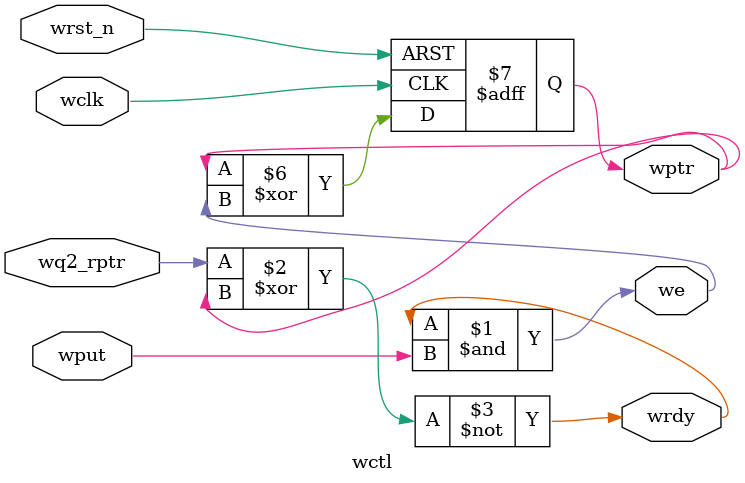
<source format=sv>
module wctl (
 output logic wrdy, wptr, we,
 input logic wput, wq2_rptr,
 input logic wclk, wrst_n);

 assign we = wrdy & wput;
 assign wrdy = ~(wq2_rptr ^ wptr);

 always_ff @(posedge wclk or negedge wrst_n)
    if (!wrst_n) wptr <= '0;
    else wptr <= wptr ^ we;
    
endmodule
</source>
